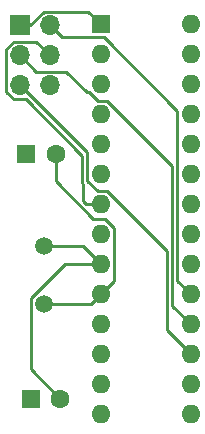
<source format=gbr>
%TF.GenerationSoftware,KiCad,Pcbnew,(5.1.7)-1*%
%TF.CreationDate,2020-12-03T15:27:53+01:00*%
%TF.ProjectId,usbasp16Mhz,75736261-7370-4313-964d-687a2e6b6963,rev?*%
%TF.SameCoordinates,Original*%
%TF.FileFunction,Copper,L1,Top*%
%TF.FilePolarity,Positive*%
%FSLAX46Y46*%
G04 Gerber Fmt 4.6, Leading zero omitted, Abs format (unit mm)*
G04 Created by KiCad (PCBNEW (5.1.7)-1) date 2020-12-03 15:27:53*
%MOMM*%
%LPD*%
G01*
G04 APERTURE LIST*
%TA.AperFunction,ComponentPad*%
%ADD10R,1.600000X1.600000*%
%TD*%
%TA.AperFunction,ComponentPad*%
%ADD11C,1.600000*%
%TD*%
%TA.AperFunction,ComponentPad*%
%ADD12R,1.700000X1.700000*%
%TD*%
%TA.AperFunction,ComponentPad*%
%ADD13O,1.700000X1.700000*%
%TD*%
%TA.AperFunction,ComponentPad*%
%ADD14O,1.600000X1.600000*%
%TD*%
%TA.AperFunction,ComponentPad*%
%ADD15C,1.500000*%
%TD*%
%TA.AperFunction,Conductor*%
%ADD16C,0.250000*%
%TD*%
G04 APERTURE END LIST*
D10*
%TO.P,C1,1*%
%TO.N,GND*%
X134700000Y-118600000D03*
D11*
%TO.P,C1,2*%
%TO.N,Net-(C1-Pad2)*%
X137200000Y-118600000D03*
%TD*%
%TO.P,C2,2*%
%TO.N,Net-(C2-Pad2)*%
X136800000Y-97900000D03*
D10*
%TO.P,C2,1*%
%TO.N,GND*%
X134300000Y-97900000D03*
%TD*%
D12*
%TO.P,J1,1*%
%TO.N,Net-(J1-Pad1)*%
X133800000Y-87000000D03*
D13*
%TO.P,J1,2*%
%TO.N,Net-(J1-Pad2)*%
X136340000Y-87000000D03*
%TO.P,J1,3*%
%TO.N,Net-(J1-Pad3)*%
X133800000Y-89540000D03*
%TO.P,J1,4*%
%TO.N,Net-(J1-Pad4)*%
X136340000Y-89540000D03*
%TO.P,J1,5*%
%TO.N,Net-(J1-Pad5)*%
X133800000Y-92080000D03*
%TO.P,J1,6*%
%TO.N,GND*%
X136340000Y-92080000D03*
%TD*%
D10*
%TO.P,U1,1*%
%TO.N,Net-(J1-Pad1)*%
X140600000Y-86900000D03*
D14*
%TO.P,U1,15*%
%TO.N,N/C*%
X148220000Y-119920000D03*
%TO.P,U1,2*%
X140600000Y-89440000D03*
%TO.P,U1,16*%
X148220000Y-117380000D03*
%TO.P,U1,3*%
X140600000Y-91980000D03*
%TO.P,U1,17*%
%TO.N,Net-(J1-Pad5)*%
X148220000Y-114840000D03*
%TO.P,U1,4*%
%TO.N,N/C*%
X140600000Y-94520000D03*
%TO.P,U1,18*%
%TO.N,Net-(J1-Pad3)*%
X148220000Y-112300000D03*
%TO.P,U1,5*%
%TO.N,N/C*%
X140600000Y-97060000D03*
%TO.P,U1,19*%
%TO.N,Net-(J1-Pad2)*%
X148220000Y-109760000D03*
%TO.P,U1,6*%
%TO.N,N/C*%
X140600000Y-99600000D03*
%TO.P,U1,20*%
X148220000Y-107220000D03*
%TO.P,U1,7*%
%TO.N,Net-(J1-Pad4)*%
X140600000Y-102140000D03*
%TO.P,U1,21*%
%TO.N,N/C*%
X148220000Y-104680000D03*
%TO.P,U1,8*%
%TO.N,GND*%
X140600000Y-104680000D03*
%TO.P,U1,22*%
X148220000Y-102140000D03*
%TO.P,U1,9*%
%TO.N,Net-(C1-Pad2)*%
X140600000Y-107220000D03*
%TO.P,U1,23*%
%TO.N,N/C*%
X148220000Y-99600000D03*
%TO.P,U1,10*%
%TO.N,Net-(C2-Pad2)*%
X140600000Y-109760000D03*
%TO.P,U1,24*%
%TO.N,N/C*%
X148220000Y-97060000D03*
%TO.P,U1,11*%
X140600000Y-112300000D03*
%TO.P,U1,25*%
X148220000Y-94520000D03*
%TO.P,U1,12*%
X140600000Y-114840000D03*
%TO.P,U1,26*%
X148220000Y-91980000D03*
%TO.P,U1,13*%
X140600000Y-117380000D03*
%TO.P,U1,27*%
X148220000Y-89440000D03*
%TO.P,U1,14*%
X140600000Y-119920000D03*
%TO.P,U1,28*%
X148220000Y-86900000D03*
%TD*%
D15*
%TO.P,Y1,1*%
%TO.N,Net-(C1-Pad2)*%
X135800000Y-105700000D03*
%TO.P,Y1,2*%
%TO.N,Net-(C2-Pad2)*%
X135800000Y-110580000D03*
%TD*%
D16*
%TO.N,Net-(C1-Pad2)*%
X139080000Y-105700000D02*
X140600000Y-107220000D01*
X135800000Y-105700000D02*
X139080000Y-105700000D01*
X137568998Y-107220000D02*
X140600000Y-107220000D01*
X134724999Y-110063999D02*
X137568998Y-107220000D01*
X134724999Y-116124999D02*
X134724999Y-110063999D01*
X137200000Y-118600000D02*
X134724999Y-116124999D01*
%TO.N,Net-(C2-Pad2)*%
X139780000Y-110580000D02*
X140600000Y-109760000D01*
X135800000Y-110580000D02*
X139780000Y-110580000D01*
X141725001Y-108634999D02*
X140600000Y-109760000D01*
X141725001Y-104139999D02*
X141725001Y-108634999D01*
X140986414Y-103401412D02*
X141725001Y-104139999D01*
X140000000Y-103401412D02*
X140986414Y-103401412D01*
X136800000Y-100201412D02*
X140000000Y-103401412D01*
X136800000Y-97900000D02*
X136800000Y-100201412D01*
%TO.N,Net-(J1-Pad1)*%
X139524999Y-85824999D02*
X140600000Y-86900000D01*
X135775999Y-85824999D02*
X139524999Y-85824999D01*
X134600998Y-87000000D02*
X135775999Y-85824999D01*
X133800000Y-87000000D02*
X134600998Y-87000000D01*
%TO.N,Net-(J1-Pad2)*%
X147094999Y-94269997D02*
X147094999Y-108634999D01*
X140850003Y-88025001D02*
X147094999Y-94269997D01*
X137365001Y-88025001D02*
X140850003Y-88025001D01*
X147094999Y-108634999D02*
X148220000Y-109760000D01*
X136340000Y-87000000D02*
X137365001Y-88025001D01*
%TO.N,Net-(J1-Pad3)*%
X146644989Y-110724989D02*
X148220000Y-112300000D01*
X137704999Y-90904999D02*
X139474999Y-92674999D01*
X135164999Y-90904999D02*
X137704999Y-90904999D01*
X133800000Y-89540000D02*
X135164999Y-90904999D01*
X146644989Y-98899987D02*
X146644989Y-107144989D01*
X141140001Y-93394999D02*
X146644989Y-98899987D01*
X140349997Y-93394999D02*
X141140001Y-93394999D01*
X139629997Y-92674999D02*
X140349997Y-93394999D01*
X139474999Y-92674999D02*
X139629997Y-92674999D01*
X146644989Y-107144989D02*
X146644989Y-110724989D01*
X146644989Y-106519987D02*
X146644989Y-107144989D01*
%TO.N,Net-(J1-Pad4)*%
X139374998Y-102140000D02*
X140600000Y-102140000D01*
X139100000Y-100401413D02*
X139100000Y-101865002D01*
X139100000Y-101865002D02*
X139374998Y-102140000D01*
X139024988Y-100326401D02*
X139100000Y-100401413D01*
X139024988Y-98024988D02*
X139024988Y-100326401D01*
X134255001Y-93255001D02*
X139024988Y-98024988D01*
X133235999Y-93255001D02*
X134255001Y-93255001D01*
X132624999Y-88975999D02*
X132624999Y-92644001D01*
X133235999Y-88364999D02*
X132624999Y-88975999D01*
X132624999Y-92644001D02*
X133235999Y-93255001D01*
X135164999Y-88364999D02*
X133235999Y-88364999D01*
X136340000Y-89540000D02*
X135164999Y-88364999D01*
%TO.N,Net-(J1-Pad5)*%
X140349997Y-101014999D02*
X141140001Y-101014999D01*
X139474999Y-100140001D02*
X140349997Y-101014999D01*
X139474999Y-97754999D02*
X139474999Y-100140001D01*
X146194979Y-112814979D02*
X148220000Y-114840000D01*
X133800000Y-92080000D02*
X139474999Y-97754999D01*
X141140001Y-101014999D02*
X146194979Y-106069977D01*
X146194979Y-106069977D02*
X146194979Y-112814979D01*
%TD*%
M02*

</source>
